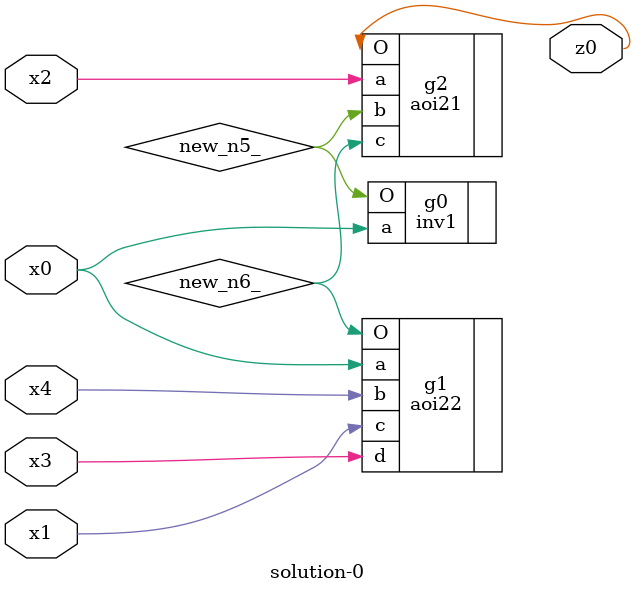
<source format=v>
module \solution-0 (
  x0, x1, x2, x3, x4,
  z0 );
  input x0, x1, x2, x3, x4;
  output z0;
  wire new_n5_, new_n6_;
  inv1  g0(.a(x0), .O(new_n5_));
  aoi22  g1(.a(x0), .b(x4), .c(x1), .d(x3), .O(new_n6_));
  aoi21  g2(.a(x2), .b(new_n5_), .c(new_n6_), .O(z0));
endmodule

</source>
